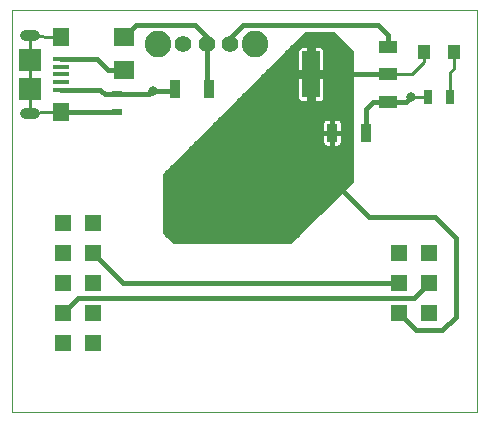
<source format=gtl>
G75*
%MOIN*%
%OFA0B0*%
%FSLAX25Y25*%
%IPPOS*%
%LPD*%
%AMOC8*
5,1,8,0,0,1.08239X$1,22.5*
%
%ADD10C,0.00000*%
%ADD11R,0.05315X0.01575*%
%ADD12R,0.05512X0.06299*%
%ADD13R,0.07480X0.07480*%
%ADD14C,0.03543*%
%ADD15R,0.05906X0.15748*%
%ADD16R,0.05906X0.03937*%
%ADD17R,0.07087X0.06299*%
%ADD18C,0.05600*%
%ADD19C,0.08858*%
%ADD20R,0.03543X0.02362*%
%ADD21R,0.04331X0.04921*%
%ADD22R,0.02756X0.05118*%
%ADD23R,0.05315X0.05315*%
%ADD24R,0.03543X0.06299*%
%ADD25C,0.01600*%
%ADD26C,0.03169*%
%ADD27C,0.01000*%
D10*
X0001824Y0001500D02*
X0001824Y0135500D01*
X0156824Y0135500D01*
X0156824Y0001500D01*
X0001824Y0001500D01*
D11*
X0018324Y0108882D03*
X0018324Y0111441D03*
X0018324Y0114000D03*
X0018324Y0116559D03*
X0018324Y0119118D03*
D12*
X0018324Y0126598D03*
X0018324Y0101402D03*
D13*
X0007792Y0109276D03*
X0007792Y0118724D03*
D14*
X0009190Y0126992D02*
X0009190Y0126992D01*
X0006434Y0126992D01*
X0006434Y0126992D01*
X0009190Y0126992D01*
X0009190Y0101008D02*
X0009190Y0101008D01*
X0006434Y0101008D01*
X0006434Y0101008D01*
X0009190Y0101008D01*
D15*
X0101529Y0114000D03*
D16*
X0127119Y0114000D03*
X0127119Y0123055D03*
X0127119Y0104945D03*
D17*
X0039324Y0115488D03*
X0039324Y0126512D03*
D18*
X0058924Y0124000D03*
X0066824Y0124000D03*
X0074724Y0124000D03*
D19*
X0082974Y0124000D03*
X0050674Y0124000D03*
D20*
X0036824Y0107453D03*
X0036824Y0101547D03*
D21*
X0139403Y0121500D03*
X0149245Y0121500D03*
D22*
X0148064Y0106500D03*
X0140584Y0106500D03*
D23*
X0140824Y0054500D03*
X0140824Y0044500D03*
X0140824Y0034500D03*
X0130824Y0034500D03*
X0130824Y0044500D03*
X0130824Y0054500D03*
X0028824Y0054500D03*
X0028824Y0044500D03*
X0028824Y0034500D03*
X0018824Y0034500D03*
X0018824Y0044500D03*
X0018824Y0054500D03*
X0018824Y0064500D03*
X0028824Y0064500D03*
X0028824Y0024500D03*
X0018824Y0024500D03*
D24*
X0108615Y0094500D03*
X0120033Y0094500D03*
X0067533Y0109000D03*
X0056115Y0109000D03*
D25*
X0056115Y0108500D01*
X0056312Y0108500D01*
X0056115Y0108500D02*
X0048824Y0108500D01*
X0047777Y0107453D01*
X0036824Y0107453D01*
X0032871Y0107453D01*
X0031442Y0108882D01*
X0018324Y0108882D01*
X0018324Y0101402D02*
X0036678Y0101402D01*
X0036824Y0101547D01*
X0039324Y0115488D02*
X0033836Y0115488D01*
X0030206Y0119118D01*
X0018324Y0119118D01*
X0039324Y0126512D02*
X0043312Y0130500D01*
X0062824Y0130500D01*
X0066824Y0126500D01*
X0066824Y0124000D01*
X0066824Y0109000D01*
X0067533Y0109000D01*
X0074530Y0102206D02*
X0114824Y0102206D01*
X0114824Y0100608D02*
X0072932Y0100608D01*
X0071333Y0099009D02*
X0105658Y0099009D01*
X0105738Y0099090D02*
X0105403Y0098755D01*
X0105166Y0098344D01*
X0105044Y0097887D01*
X0105044Y0094586D01*
X0108529Y0094586D01*
X0108529Y0094414D01*
X0105044Y0094414D01*
X0105044Y0091113D01*
X0105166Y0090656D01*
X0105403Y0090245D01*
X0105738Y0089910D01*
X0106149Y0089673D01*
X0106607Y0089550D01*
X0108529Y0089550D01*
X0108529Y0094414D01*
X0108701Y0094414D01*
X0108701Y0089550D01*
X0110624Y0089550D01*
X0111082Y0089673D01*
X0111492Y0089910D01*
X0111827Y0090245D01*
X0112064Y0090656D01*
X0112187Y0091113D01*
X0112187Y0094414D01*
X0108701Y0094414D01*
X0108701Y0094586D01*
X0108529Y0094586D01*
X0108529Y0099450D01*
X0106607Y0099450D01*
X0106149Y0099327D01*
X0105738Y0099090D01*
X0105044Y0097411D02*
X0069735Y0097411D01*
X0068136Y0095812D02*
X0105044Y0095812D01*
X0105044Y0094214D02*
X0066538Y0094214D01*
X0064939Y0092615D02*
X0105044Y0092615D01*
X0105070Y0091017D02*
X0063341Y0091017D01*
X0061742Y0089418D02*
X0114824Y0089418D01*
X0114824Y0087820D02*
X0060144Y0087820D01*
X0058545Y0086221D02*
X0114824Y0086221D01*
X0114824Y0084623D02*
X0056947Y0084623D01*
X0055348Y0083024D02*
X0114824Y0083024D01*
X0114824Y0081426D02*
X0053750Y0081426D01*
X0052824Y0080500D02*
X0052824Y0061500D01*
X0055824Y0058500D01*
X0094699Y0058500D01*
X0114824Y0078625D01*
X0114824Y0121500D01*
X0108824Y0127500D01*
X0099824Y0127500D01*
X0052824Y0080500D01*
X0052824Y0079827D02*
X0114824Y0079827D01*
X0114428Y0078229D02*
X0052824Y0078229D01*
X0052824Y0076630D02*
X0112829Y0076630D01*
X0111231Y0075032D02*
X0052824Y0075032D01*
X0052824Y0073433D02*
X0109632Y0073433D01*
X0108034Y0071834D02*
X0052824Y0071834D01*
X0052824Y0070236D02*
X0106435Y0070236D01*
X0104837Y0068637D02*
X0052824Y0068637D01*
X0052824Y0067039D02*
X0103238Y0067039D01*
X0101640Y0065440D02*
X0052824Y0065440D01*
X0052824Y0063842D02*
X0100041Y0063842D01*
X0098443Y0062243D02*
X0052824Y0062243D01*
X0053679Y0060645D02*
X0096844Y0060645D01*
X0095246Y0059046D02*
X0055278Y0059046D01*
X0038824Y0044500D02*
X0130824Y0044500D01*
X0135824Y0039500D02*
X0140824Y0044500D01*
X0135824Y0039500D02*
X0023824Y0039500D01*
X0018824Y0034500D01*
X0028824Y0054500D02*
X0038824Y0044500D01*
X0076129Y0103805D02*
X0114824Y0103805D01*
X0114824Y0105403D02*
X0106143Y0105403D01*
X0106159Y0105431D02*
X0106281Y0105889D01*
X0106281Y0113324D01*
X0102205Y0113324D01*
X0102205Y0114676D01*
X0106281Y0114676D01*
X0106281Y0122111D01*
X0106159Y0122569D01*
X0105922Y0122979D01*
X0105587Y0123314D01*
X0105176Y0123551D01*
X0104718Y0123674D01*
X0102205Y0123674D01*
X0102205Y0114676D01*
X0100852Y0114676D01*
X0100852Y0113324D01*
X0096776Y0113324D01*
X0096776Y0105889D01*
X0096899Y0105431D01*
X0097136Y0105021D01*
X0097471Y0104686D01*
X0097881Y0104449D01*
X0098339Y0104326D01*
X0100852Y0104326D01*
X0100852Y0113324D01*
X0102205Y0113324D01*
X0102205Y0104326D01*
X0104718Y0104326D01*
X0105176Y0104449D01*
X0105587Y0104686D01*
X0105922Y0105021D01*
X0106159Y0105431D01*
X0106281Y0107002D02*
X0114824Y0107002D01*
X0114824Y0108600D02*
X0106281Y0108600D01*
X0106281Y0110199D02*
X0114824Y0110199D01*
X0114824Y0111797D02*
X0106281Y0111797D01*
X0106281Y0114994D02*
X0114824Y0114994D01*
X0114824Y0113396D02*
X0102205Y0113396D01*
X0101529Y0114000D02*
X0127119Y0114000D01*
X0127119Y0123055D02*
X0127119Y0127205D01*
X0123824Y0130500D01*
X0078824Y0130500D01*
X0074824Y0126500D01*
X0074824Y0124100D01*
X0074724Y0124000D01*
X0085720Y0113396D02*
X0100852Y0113396D01*
X0100852Y0114676D02*
X0096776Y0114676D01*
X0096776Y0122111D01*
X0096899Y0122569D01*
X0097136Y0122979D01*
X0097471Y0123314D01*
X0097881Y0123551D01*
X0098339Y0123674D01*
X0100852Y0123674D01*
X0100852Y0114676D01*
X0100852Y0114994D02*
X0102205Y0114994D01*
X0102205Y0116593D02*
X0100852Y0116593D01*
X0100852Y0118191D02*
X0102205Y0118191D01*
X0102205Y0119790D02*
X0100852Y0119790D01*
X0100852Y0121388D02*
X0102205Y0121388D01*
X0102205Y0122987D02*
X0100852Y0122987D01*
X0097143Y0122987D02*
X0095311Y0122987D01*
X0096776Y0121388D02*
X0093712Y0121388D01*
X0092114Y0119790D02*
X0096776Y0119790D01*
X0096776Y0118191D02*
X0090515Y0118191D01*
X0088917Y0116593D02*
X0096776Y0116593D01*
X0096776Y0114994D02*
X0087318Y0114994D01*
X0084121Y0111797D02*
X0096776Y0111797D01*
X0096776Y0110199D02*
X0082523Y0110199D01*
X0080924Y0108600D02*
X0096776Y0108600D01*
X0096776Y0107002D02*
X0079326Y0107002D01*
X0077727Y0105403D02*
X0096915Y0105403D01*
X0100852Y0105403D02*
X0102205Y0105403D01*
X0102205Y0107002D02*
X0100852Y0107002D01*
X0100852Y0108600D02*
X0102205Y0108600D01*
X0102205Y0110199D02*
X0100852Y0110199D01*
X0100852Y0111797D02*
X0102205Y0111797D01*
X0106281Y0116593D02*
X0114824Y0116593D01*
X0114824Y0118191D02*
X0106281Y0118191D01*
X0106281Y0119790D02*
X0114824Y0119790D01*
X0114824Y0121388D02*
X0106281Y0121388D01*
X0105914Y0122987D02*
X0113337Y0122987D01*
X0111739Y0124585D02*
X0096909Y0124585D01*
X0098508Y0126184D02*
X0110140Y0126184D01*
X0122269Y0104945D02*
X0119824Y0102500D01*
X0119824Y0094512D01*
X0120033Y0094512D01*
X0120033Y0094500D01*
X0114824Y0094214D02*
X0112187Y0094214D01*
X0112187Y0094586D02*
X0112187Y0097887D01*
X0112064Y0098344D01*
X0111827Y0098755D01*
X0111492Y0099090D01*
X0111082Y0099327D01*
X0110624Y0099450D01*
X0108701Y0099450D01*
X0108701Y0094586D01*
X0112187Y0094586D01*
X0112187Y0095812D02*
X0114824Y0095812D01*
X0114824Y0097411D02*
X0112187Y0097411D01*
X0111573Y0099009D02*
X0114824Y0099009D01*
X0108701Y0099009D02*
X0108529Y0099009D01*
X0108529Y0097411D02*
X0108701Y0097411D01*
X0108701Y0095812D02*
X0108529Y0095812D01*
X0108529Y0094214D02*
X0108701Y0094214D01*
X0108701Y0092615D02*
X0108529Y0092615D01*
X0108529Y0091017D02*
X0108701Y0091017D01*
X0112161Y0091017D02*
X0114824Y0091017D01*
X0114824Y0092615D02*
X0112187Y0092615D01*
X0122269Y0104945D02*
X0127119Y0104945D01*
X0133269Y0104945D01*
X0134824Y0106500D01*
X0108812Y0078512D02*
X0120824Y0066500D01*
X0142824Y0066500D01*
X0149824Y0059500D01*
X0149824Y0033310D01*
X0145298Y0028784D01*
X0136540Y0028784D01*
X0130824Y0034500D01*
D26*
X0134824Y0106500D03*
X0048824Y0108500D03*
D27*
X0018324Y0101402D02*
X0013812Y0101402D01*
X0007812Y0101008D01*
X0007792Y0102008D01*
X0007792Y0109276D01*
X0007792Y0118724D01*
X0007812Y0118724D01*
X0007812Y0126992D01*
X0013812Y0126598D01*
X0018324Y0126598D01*
X0127119Y0114000D02*
X0135324Y0114000D01*
X0139403Y0118079D01*
X0139403Y0121500D01*
X0148064Y0114740D02*
X0148064Y0106500D01*
X0140584Y0106500D02*
X0134824Y0106500D01*
X0148064Y0114740D02*
X0149245Y0115921D01*
X0149245Y0121500D01*
M02*

</source>
